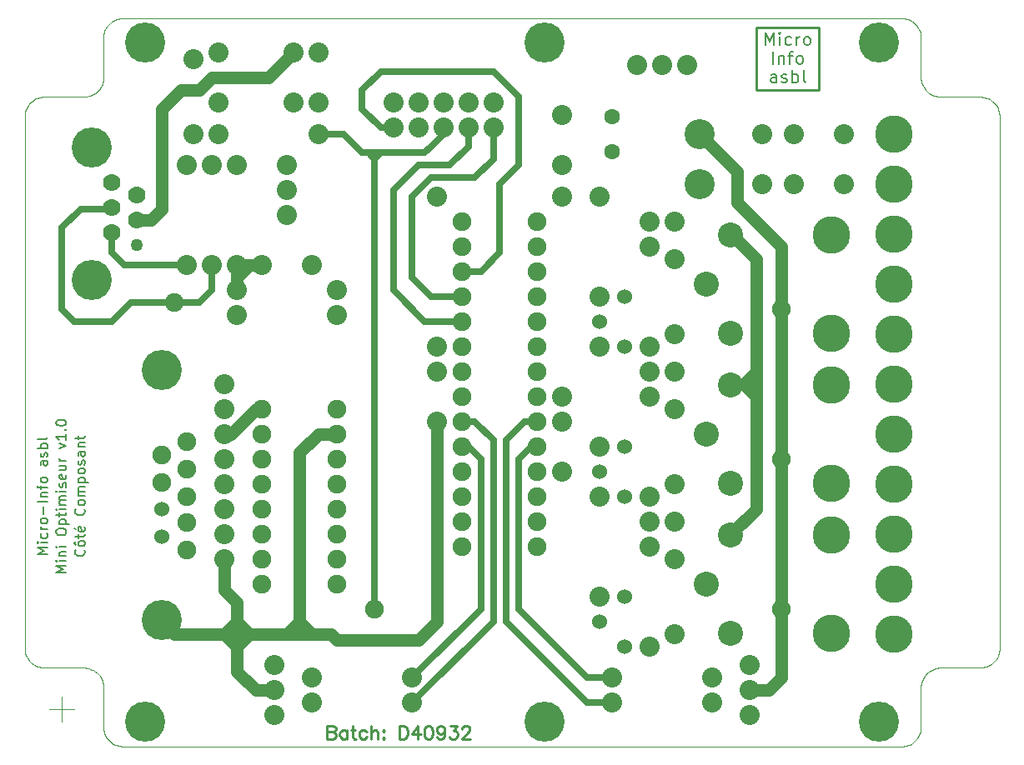
<source format=gtl>
G04 CAM350  V5.0 Date:  Tue Dec 20 12:58:55 2011 *
G04 Database: g:\clients\patrick brunet\mini-optimiseur\retouche\mini_optimiser_cam350.pcb *
G04 Layer 4: MiniOptimiseurS *
%FSLAX24Y24*%
%MOIN*%
%SFA1.000B1.000*%

%MIA0B0*%
%IPPOS*%
%ADD11C,0.01500*%
%ADD13C,0.00200*%
%ADD18C,0.06000*%
%ADD20C,0.08000*%
%ADD21C,0.07000*%
%ADD22C,0.05000*%
%ADD23C,0.16000*%
%ADD24C,0.10000*%
%ADD25C,0.15000*%
%ADD26C,0.12000*%
%ADD27C,0.06300*%
%ADD28C,0.07500*%
%ADD29C,0.06000*%
%ADD30C,0.02500*%
%ADD31C,0.03500*%
%ADD41C,0.01000*%
%ADD42C,0.00700*%
%LNMiniOptimiseurS*%
%SRX1Y1I0J0*%
G54D11*
%LPD*%
G54D20*
X25500Y27250D03*
X26500D03*
X24500D03*
X7750Y27750D03*
Y25750D03*
X10750Y27750D03*
Y25750D03*
G54D21*
X4500Y21050D03*
Y22050D03*
G54D22*
Y20050D03*
G54D21*
X3500Y22550D03*
Y21550D03*
Y20550D03*
G54D23*
X2700Y18650D03*
Y23950D03*
G54D24*
X28229Y8468D03*
Y4532D03*
X27245Y6500D03*
G54D25*
X32244Y8468D03*
Y4532D03*
G54D24*
X28229Y14468D03*
Y10532D03*
X27245Y12500D03*
G54D25*
X32244Y14468D03*
Y10532D03*
G54D24*
X28229Y20468D03*
Y16532D03*
X27245Y18500D03*
G54D25*
X32244Y20468D03*
Y16532D03*
G54D20*
X30750Y22500D03*
X32750Y24500D03*
X30750D03*
X32750Y22500D03*
X23000Y12000D03*
Y16000D03*
Y18000D03*
Y22000D03*
X25000Y14000D03*
Y10000D03*
X7750Y24500D03*
X11750D03*
X25000Y20000D03*
Y16000D03*
X23000Y6000D03*
Y10000D03*
X25000Y8000D03*
Y4000D03*
X8500Y23250D03*
Y19250D03*
X7500Y23250D03*
Y19250D03*
X6500Y23250D03*
Y19250D03*
X8500Y17250D03*
X12500D03*
Y18250D03*
X8500D03*
X27500Y2750D03*
X23500D03*
X27500Y1750D03*
X23500D03*
X11500D03*
X15500D03*
X11500Y2750D03*
X15500D03*
X14750Y24750D03*
Y25750D03*
X15750Y24750D03*
Y25750D03*
X16750Y24750D03*
Y25750D03*
X17750Y24750D03*
Y25750D03*
X18750Y24750D03*
Y25750D03*
X26000Y21000D03*
X25000D03*
X26000Y15000D03*
X25000D03*
X26000Y9000D03*
X25000D03*
G54D26*
X27000Y22500D03*
Y24500D03*
G54D27*
X23500Y23800D03*
Y25200D03*
G54D20*
X8000Y12500D03*
Y11500D03*
Y13500D03*
Y14500D03*
Y10500D03*
Y9500D03*
Y7500D03*
Y8500D03*
X29000Y3250D03*
Y1250D03*
Y2250D03*
X10000Y1250D03*
Y3250D03*
Y2250D03*
G54D28*
X9500Y13500D03*
Y12500D03*
Y11500D03*
Y10500D03*
Y9500D03*
Y8500D03*
Y7500D03*
Y6500D03*
X12500D03*
Y7500D03*
Y8500D03*
Y9500D03*
Y10500D03*
Y11500D03*
Y12500D03*
Y13500D03*
G54D23*
X5500Y15050D03*
Y5050D03*
G54D28*
X6500Y7850D03*
Y8950D03*
Y10000D03*
Y11100D03*
Y12200D03*
G54D29*
X5500Y8400D03*
Y9500D03*
G54D28*
Y10550D03*
Y11650D03*
G54D20*
X26000Y7500D03*
Y4500D03*
Y13500D03*
Y10500D03*
X6750Y24500D03*
Y27500D03*
X26000Y19500D03*
Y16500D03*
X11750Y25750D03*
Y27750D03*
X21500Y23250D03*
Y25250D03*
X29500Y22500D03*
Y24500D03*
X11500Y19250D03*
X9500D03*
X21500Y13000D03*
Y11000D03*
X16500Y15000D03*
Y13000D03*
G54D28*
X20500Y8000D03*
Y9000D03*
Y10000D03*
Y11000D03*
Y12000D03*
Y13000D03*
Y14000D03*
Y15000D03*
Y16000D03*
Y17000D03*
Y18000D03*
Y19000D03*
Y20000D03*
Y21000D03*
X17500D03*
Y20000D03*
Y19000D03*
Y18000D03*
Y17000D03*
Y16000D03*
Y15000D03*
Y14000D03*
Y13000D03*
Y12000D03*
Y11000D03*
Y10000D03*
Y9000D03*
Y8000D03*
G54D18*
X23000Y17000D03*
X24000Y18000D03*
Y16000D03*
X23000Y11000D03*
X24000Y12000D03*
Y10000D03*
G54D20*
X10500Y23250D03*
Y22250D03*
Y21250D03*
G54D18*
X23000Y5000D03*
X24000Y6000D03*
Y4000D03*
G54D20*
X21500Y22000D03*
Y14000D03*
X16500Y22000D03*
Y16000D03*
G54D23*
X4825Y28144D03*
X20770D03*
X34156D03*
X4825Y978D03*
X20770D03*
X34156D03*
G54D25*
X34750Y16500D03*
Y18500D03*
Y20500D03*
Y10500D03*
Y12500D03*
Y14500D03*
Y4500D03*
Y6500D03*
Y8500D03*
Y22500D03*
Y24500D03*
G54D28*
X6000Y17750D03*
X30250Y5500D03*
Y11500D03*
Y17500D03*
X14000Y5500D03*
G54D31*
X8000Y7500D03*
G54D22*
X12500Y12500D03*
X28750Y14500D02*
G01X29250Y14000D01*
X28750Y14500D02*
G01X29250Y15000D01*
X28229Y8468D02*
G01Y8479D01*
X29250Y9500*
Y14000*
Y14500*
X28229Y20468D02*
G01X28282D01*
X29250Y19500D02*
G01Y15000D01*
X28282Y20468D02*
G01X29250Y19500D01*
Y15000D02*
G01Y14500D01*
X28250D02*
G01X28229Y14468D01*
X29250Y14500D02*
G01X28750D01*
X28250*
X8500Y18750D02*
G01X9000Y19250D01*
X9500D02*
G01X9000D01*
X8500*
Y18250D02*
G01Y18750D01*
Y19250*
G54D30*
X6000Y17750D02*
G01X4250D01*
X3500Y21500D02*
G01Y21550D01*
X2250Y21500D02*
G01X3500D01*
X1500Y20750D02*
G01X2250Y21500D01*
X1500Y17500D02*
G01Y20750D01*
X2000Y17000D02*
G01X1500Y17500D01*
X3500Y17000D02*
G01X2000D01*
X4250Y17750D02*
G01X3500Y17000D01*
X7500Y18250D02*
G01Y19250D01*
X7000Y17750D02*
G01X7500Y18250D01*
X6000Y17750D02*
G01X7000D01*
X4000Y19250D02*
G01X3500Y19750D01*
X6500Y19250D02*
G01X4000D01*
X3500Y20500D02*
G01Y20550D01*
Y19750D02*
G01Y20500D01*
G54D22*
X30250Y17500D02*
G01Y20000D01*
X28500Y23000D02*
G01X27000Y24500D01*
X28500Y21750D02*
G01Y23000D01*
X30250Y20000D02*
G01X28500Y21750D01*
X14000Y4250D02*
G01X12500D01*
X12250Y4500*
X11500D02*
G01X11000Y5000D01*
X10500Y4500D02*
G01X11000Y5000D01*
X12500Y12500D02*
G01X11750D01*
X11000Y11750D02*
G01Y5000D01*
X11750Y12500D02*
G01X11000Y11750D01*
Y5000D02*
G01Y4500D01*
X16500Y13000D02*
G01Y5000D01*
X15750Y4250*
X14000*
X12250Y4500D02*
G01X11500D01*
X11000*
X29000Y2250D02*
G01X29750D01*
X30250Y2750D02*
G01Y5500D01*
Y11500*
Y17500*
X29750Y2250D02*
G01X30250Y2750D01*
X10000Y2250D02*
G01X9250D01*
X8500Y3000*
X10500Y4500D02*
G01X11000D01*
X10000D02*
G01X8500D01*
X10500D02*
G01X10000D01*
X4500Y21050D02*
G01X5050D01*
X9750Y26750D02*
G01X10750Y27750D01*
X7500Y26750D02*
G01X9750D01*
X7000Y26250D02*
G01X7500Y26750D01*
X6250Y26250D02*
G01X7000D01*
X5500Y25500D02*
G01X6250Y26250D01*
X5500Y21500D02*
G01Y25500D01*
X5050Y21050D02*
G01X5500Y21500D01*
X8500Y5000D02*
G01Y5750D01*
X8000Y6250D02*
G01Y7500D01*
X8500Y5750D02*
G01X8000Y6250D01*
Y4500D02*
G01X8500Y4000D01*
X7750Y4500D02*
G01X8000D01*
X8500Y5000*
Y4500D02*
G01X7750D01*
X6000*
X5500Y5000D02*
G01Y5050D01*
X6000Y4500D02*
G01X5500Y5000D01*
X8500Y4000D02*
G01X9000Y4500D01*
X8500Y5000*
Y3000D02*
G01Y4000D01*
Y4500*
Y5000*
G54D30*
X14750Y21750D02*
G01Y22250D01*
X16000Y17000D02*
G01X14750Y18250D01*
Y21750*
X17500Y17000D02*
G01X16000D01*
X17750Y24000D02*
G01Y24750D01*
X17000Y23250D02*
G01X17750Y24000D01*
X15750Y23250D02*
G01X17000D01*
X14750Y22250D02*
G01X15750Y23250D01*
X17500Y18000D02*
G01X16250D01*
X18750Y23500D02*
G01Y24750D01*
X18000Y22750D02*
G01X18750Y23500D01*
X16250Y22750D02*
G01X18000D01*
X15500Y22000D02*
G01X16250Y22750D01*
X15500Y18750D02*
G01Y22000D01*
X16250Y18000D02*
G01X15500Y18750D01*
G54D11*
X18750Y24500D02*
G01Y24750D01*
Y24500D02*
G01Y24750D01*
G54D22*
X9250Y13500D02*
G01X9500D01*
X8250Y12500D02*
G01X9250Y13500D01*
X8000Y12500D02*
G01X8250D01*
G54D30*
X15500Y2750D02*
G01X18250Y5500D01*
Y5750*
X17750Y12000D02*
G01X17500D01*
X18250Y11500D02*
G01X17750Y12000D01*
X18250Y5750D02*
G01Y11500D01*
X17500Y19000D02*
G01X18250D01*
X14250Y24750D02*
G01X14750D01*
X13500Y25500D02*
G01X14250Y24750D01*
X13500Y26250D02*
G01Y25500D01*
X14250Y27000D02*
G01X13500Y26250D01*
X18750Y27000D02*
G01X14250D01*
X19750Y26000D02*
G01X18750Y27000D01*
X19750Y23250D02*
G01Y26000D01*
X19000Y22500D02*
G01X19750Y23250D01*
X19000Y19750D02*
G01Y22500D01*
X18250Y19000D02*
G01X19000Y19750D01*
X15500Y1750D02*
G01X18750Y5000D01*
X18000Y13000D02*
G01X17500D01*
X18750Y12250D02*
G01X18000Y13000D01*
X18750Y5000D02*
G01Y12250D01*
X19250Y5250D02*
G01Y5000D01*
X22500Y1750D02*
G01X22750D01*
X19250Y5000D02*
G01X22500Y1750D01*
X23500D02*
G01X22750D01*
X20000Y13000D02*
G01X20500D01*
X19250Y12250D02*
G01X20000Y13000D01*
X19250Y5250D02*
G01Y12250D01*
X22750Y2750D02*
G01X22500D01*
X19750Y5500D02*
G01Y5750D01*
X22500Y2750D02*
G01X19750Y5500D01*
X23500Y2750D02*
G01X22750D01*
X20250Y12000D02*
G01X20500D01*
X19750Y11500D02*
G01X20250Y12000D01*
X19750Y5750D02*
G01Y11500D01*
X13750Y23750D02*
G01X14000Y23500D01*
X14250Y23750*
X14000Y5500D02*
G01Y23750D01*
X16250Y24000D02*
G01X16000Y23750D01*
X16750Y24500D02*
G01X16250Y24000D01*
X16750Y24750D02*
G01Y24500D01*
X16000Y23750D02*
G01X14250D01*
X13500D02*
G01X13250Y24000D01*
X14250Y23750D02*
G01X14000D01*
X13750*
X13500*
X12750Y24500D02*
G01X13250Y24000D01*
X11750Y24500D02*
G01X12750D01*
G54D13*
X2364Y25978D02*
G01X2432Y25981D01*
X2500Y25990*
X2567Y26005*
X2633Y26026*
X2697Y26052*
X2758Y26084*
X2815Y26121*
X2870Y26163*
X2921Y26209*
X2967Y26260*
X3009Y26315*
X3046Y26373*
X3078Y26433*
X3104Y26497*
X3125Y26563*
X3140Y26630*
X3149Y26698*
X3152Y26766*
Y28341*
X3155Y28409*
X3164Y28477*
X3179Y28544*
X3200Y28610*
X3226Y28673*
X3258Y28734*
X3295Y28792*
X3337Y28846*
X3383Y28897*
X3434Y28943*
X3488Y28985*
X3546Y29022*
X3607Y29054*
X3670Y29080*
X3736Y29101*
X3803Y29116*
X3871Y29125*
X3939Y29128*
X35041*
X35109Y29125*
X35177Y29116*
X35244Y29101*
X35310Y29080*
X35373Y29054*
X35434Y29022*
X35492Y28985*
X35546Y28943*
X35597Y28897*
X35643Y28846*
X35685Y28792*
X35722Y28734*
X35754Y28673*
X35780Y28610*
X35801Y28544*
X35816Y28477*
X35825Y28409*
X35828Y28341*
X35829*
Y26766*
X35828*
X35831Y26698*
X35840Y26630*
X35855Y26563*
X35876Y26497*
X35902Y26433*
X35934Y26373*
X35971Y26315*
X36013Y26260*
X36059Y26209*
X36110Y26163*
X36165Y26121*
X36223Y26084*
X36283Y26052*
X36347Y26026*
X36413Y26005*
X36480Y25990*
X36548Y25981*
X36616Y25978*
X38191*
X38259Y25975*
X38327Y25966*
X38394Y25951*
X38460Y25930*
X38523Y25904*
X38584Y25872*
X38642Y25835*
X38696Y25793*
X38747Y25747*
X38793Y25696*
X38835Y25642*
X38872Y25584*
X38904Y25523*
X38930Y25460*
X38951Y25394*
X38966Y25327*
X38975Y25259*
X38978Y25191*
Y3931*
X38975Y3863*
X38966Y3795*
X38951Y3728*
X38930Y3662*
X38904Y3599*
X38872Y3538*
X38835Y3480*
X38793Y3426*
X38747Y3375*
X38696Y3329*
X38642Y3287*
X38584Y3250*
X38523Y3218*
X38460Y3192*
X38394Y3171*
X38327Y3156*
X38259Y3147*
X38191Y3144*
X36616*
Y3143*
X36548Y3140*
X36480Y3131*
X36413Y3116*
X36347Y3095*
X36284Y3069*
X36223Y3037*
X36165Y3000*
X36111Y2958*
X36060Y2912*
X36014Y2861*
X35972Y2807*
X35935Y2749*
X35903Y2688*
X35877Y2625*
X35856Y2559*
X35841Y2492*
X35832Y2424*
X35829Y2356*
Y781*
X35826Y713*
X35817Y645*
X35802Y578*
X35781Y512*
X35755Y448*
X35723Y388*
X35686Y330*
X35644Y275*
X35598Y224*
X35547Y178*
X35492Y136*
X35435Y99*
X35374Y67*
X35310Y41*
X35244Y20*
X35177Y5*
X35109Y-4*
X35041Y-7*
Y-6*
X3939*
X3871Y-3*
X3803Y6*
X3736Y21*
X3670Y42*
X3607Y68*
X3546Y100*
X3488Y137*
X3434Y179*
X3383Y225*
X3337Y276*
X3295Y330*
X3258Y388*
X3226Y449*
X3200Y512*
X3179Y578*
X3164Y645*
X3155Y713*
X3152Y781*
Y2356*
X3149Y2424*
X3140Y2492*
X3125Y2559*
X3104Y2625*
X3078Y2689*
X3046Y2749*
X3009Y2807*
X2967Y2862*
X2921Y2913*
X2870Y2959*
X2815Y3001*
X2758Y3038*
X2697Y3070*
X2633Y3096*
X2567Y3117*
X2500Y3132*
X2432Y3141*
X2364Y3144*
X789*
X721Y3147*
X653Y3156*
X586Y3171*
X520Y3192*
X457Y3218*
X396Y3250*
X338Y3287*
X284Y3329*
X233Y3375*
X187Y3426*
X145Y3480*
X108Y3538*
X76Y3599*
X50Y3662*
X29Y3728*
X14Y3795*
X5Y3863*
X2Y3931*
Y25191*
X5Y25259*
X14Y25327*
X29Y25394*
X50Y25460*
X76Y25523*
X108Y25584*
X145Y25642*
X187Y25696*
X233Y25747*
X284Y25793*
X338Y25835*
X396Y25872*
X457Y25904*
X520Y25930*
X586Y25951*
X653Y25966*
X721Y25975*
X789Y25978*
X2364*
G54D42*
X29619Y28048D02*
G01Y28548D01*
X29786Y28190*
X29952Y28548*
Y28048*
X30190D02*
G01Y28381D01*
Y28548D02*
G01X30166Y28524D01*
X30190Y28500*
X30214Y28524*
X30190Y28548*
Y28500*
X30642Y28071D02*
G01X30595Y28048D01*
X30499*
X30452Y28071*
X30428Y28095*
X30404Y28143*
Y28286*
X30428Y28333*
X30452Y28357*
X30499Y28381*
X30595*
X30642Y28357*
X30857Y28048D02*
G01Y28381D01*
Y28286D02*
G01X30881Y28333D01*
X30905Y28357*
X30952Y28381*
X31000*
X31238Y28048D02*
G01X31191Y28071D01*
X31167Y28095*
X31143Y28143*
Y28286*
X31167Y28333*
X31191Y28357*
X31238Y28381*
X31310*
X31358Y28357*
X31381Y28333*
X31405Y28286*
Y28143*
X31381Y28095*
X31358Y28071*
X31310Y28048*
X31238*
X29905Y27298D02*
G01Y27798D01*
X30143Y27631D02*
G01Y27298D01*
Y27583D02*
G01X30167Y27607D01*
X30214Y27631*
X30286*
X30334Y27607*
X30357Y27560*
Y27298*
X30524Y27631D02*
G01X30714D01*
X30595Y27298D02*
G01Y27726D01*
X30619Y27774*
X30666Y27798*
X30714*
X30952Y27298D02*
G01X30905Y27321D01*
X30881Y27345*
X30857Y27393*
Y27536*
X30881Y27583*
X30905Y27607*
X30952Y27631*
X31024*
X31072Y27607*
X31095Y27583*
X31119Y27536*
Y27393*
X31095Y27345*
X31072Y27321*
X31024Y27298*
X30952*
X30048Y26548D02*
G01Y26810D01*
X30025Y26857*
X29977Y26881*
X29882*
X29834Y26857*
X30048Y26571D02*
G01X30001Y26548D01*
X29882*
X29834Y26571*
X29810Y26619*
Y26667*
X29834Y26714*
X29882Y26738*
X30001*
X30048Y26762*
X30262Y26571D02*
G01X30310Y26548D01*
X30405*
X30453Y26571*
X30477Y26619*
Y26643*
X30453Y26690*
X30405Y26714*
X30334*
X30286Y26738*
X30262Y26786*
Y26810*
X30286Y26857*
X30334Y26881*
X30405*
X30453Y26857*
X30691Y26548D02*
G01Y27048D01*
Y26857D02*
G01X30739Y26881D01*
X30834*
X30882Y26857*
X30905Y26833*
X30929Y26786*
Y26643*
X30905Y26595*
X30882Y26571*
X30834Y26548*
X30739*
X30691Y26571*
X31214Y26548D02*
G01X31167Y26571D01*
X31143Y26619*
Y27048*
G54D41*
X29250Y28750D02*
G01Y26250D01*
X31750*
Y28750*
X29250*
G54D42*
X1662Y6962D02*
G01X1262D01*
X1548Y7096*
X1262Y7229*
X1662*
Y7419D02*
G01X1395D01*
X1262D02*
G01X1281Y7400D01*
X1300Y7419*
X1281Y7438*
X1262Y7419*
X1300*
X1395Y7609D02*
G01X1662D01*
X1433D02*
G01X1414Y7628D01*
X1395Y7666*
Y7724*
X1414Y7762*
X1452Y7781*
X1662*
Y7971D02*
G01X1395D01*
X1262D02*
G01X1281Y7952D01*
X1300Y7971*
X1281Y7990*
X1262Y7971*
X1300*
X1262Y8542D02*
G01Y8619D01*
X1281Y8657*
X1319Y8695*
X1395Y8714*
X1529*
X1605Y8695*
X1643Y8657*
X1662Y8619*
Y8542*
X1643Y8504*
X1605Y8466*
X1529Y8447*
X1395*
X1319Y8466*
X1281Y8504*
X1262Y8542*
X1395Y8885D02*
G01X1795D01*
X1414D02*
G01X1395Y8923D01*
Y9000*
X1414Y9038*
X1433Y9057*
X1471Y9076*
X1586*
X1624Y9057*
X1643Y9038*
X1662Y9000*
Y8923*
X1643Y8885*
X1395Y9190D02*
G01Y9342D01*
X1262Y9247D02*
G01X1605D01*
X1643Y9266*
X1662Y9304*
Y9342*
Y9476D02*
G01X1395D01*
X1262D02*
G01X1281Y9457D01*
X1300Y9476*
X1281Y9495*
X1262Y9476*
X1300*
X1662Y9666D02*
G01X1395D01*
X1433D02*
G01X1414Y9685D01*
X1395Y9723*
Y9781*
X1414Y9819*
X1452Y9838*
X1662*
X1452D02*
G01X1414Y9857D01*
X1395Y9895*
Y9952*
X1414Y9990*
X1452Y10009*
X1662*
Y10199D02*
G01X1395D01*
X1262D02*
G01X1281Y10180D01*
X1300Y10199*
X1281Y10218*
X1262Y10199*
X1300*
X1643Y10370D02*
G01X1662Y10408D01*
Y10484*
X1643Y10523*
X1605Y10542*
X1586*
X1548Y10523*
X1529Y10484*
Y10427*
X1510Y10389*
X1471Y10370*
X1452*
X1414Y10389*
X1395Y10427*
Y10484*
X1414Y10523*
X1643Y10866D02*
G01X1662Y10828D01*
Y10751*
X1643Y10713*
X1605Y10694*
X1452*
X1414Y10713*
X1395Y10751*
Y10828*
X1414Y10866*
X1452Y10885*
X1490*
X1529Y10694*
X1395Y11228D02*
G01X1662D01*
X1395Y11056D02*
G01X1605D01*
X1643Y11075*
X1662Y11113*
Y11171*
X1643Y11209*
X1624Y11228*
X1662Y11418D02*
G01X1395D01*
X1471D02*
G01X1433Y11437D01*
X1414Y11456*
X1395Y11494*
Y11533*
Y11933D02*
G01X1662Y12028D01*
X1395Y12124*
X1662Y12486D02*
G01Y12257D01*
Y12371D02*
G01X1262D01*
X1319Y12333*
X1357Y12295*
X1376Y12257*
X1624Y12657D02*
G01X1643Y12676D01*
X1662Y12657*
X1643Y12638*
X1624Y12657*
X1662*
X1262Y12923D02*
G01Y12962D01*
X1281Y13000*
X1300Y13019*
X1338Y13038*
X1414Y13057*
X1510*
X1586Y13038*
X1624Y13019*
X1643Y13000*
X1662Y12962*
Y12923*
X1643Y12885*
X1624Y12866*
X1586Y12847*
X1510Y12828*
X1414*
X1338Y12847*
X1300Y12866*
X1281Y12885*
X1262Y12923*
X2374Y7857D02*
G01X2393Y7838D01*
X2412Y7781*
Y7743*
X2393Y7685*
X2355Y7647*
X2317Y7628*
X2240Y7609*
X2183*
X2107Y7628*
X2069Y7647*
X2031Y7685*
X2012Y7743*
Y7781*
X2031Y7838*
X2050Y7857*
X2412Y8085D02*
G01X2393Y8047D01*
X2374Y8028*
X2336Y8009*
X2221*
X2183Y8028*
X2164Y8047*
X2145Y8085*
Y8143*
X2164Y8181*
X2183Y8200*
X2221Y8219*
X2336*
X2374Y8200*
X2393Y8181*
X2412Y8143*
Y8085*
X2050Y8047D02*
G01X1993Y8123D01*
X2050Y8200*
X2145Y8333D02*
G01Y8485D01*
X2012Y8390D02*
G01X2355D01*
X2393Y8409*
X2412Y8447*
Y8485*
X2393Y8772D02*
G01X2412Y8734D01*
Y8657*
X2393Y8619*
X2355Y8600*
X2202*
X2164Y8619*
X2145Y8657*
Y8734*
X2164Y8772*
X2202Y8791*
X2240*
X2279Y8600*
X1993Y8734D02*
G01X2050Y8676D01*
X2374Y9496D02*
G01X2393Y9477D01*
X2412Y9420*
Y9382*
X2393Y9324*
X2355Y9286*
X2317Y9267*
X2240Y9248*
X2183*
X2107Y9267*
X2069Y9286*
X2031Y9324*
X2012Y9382*
Y9420*
X2031Y9477*
X2050Y9496*
X2412Y9724D02*
G01X2393Y9686D01*
X2374Y9667*
X2336Y9648*
X2221*
X2183Y9667*
X2164Y9686*
X2145Y9724*
Y9782*
X2164Y9820*
X2183Y9839*
X2221Y9858*
X2336*
X2374Y9839*
X2393Y9820*
X2412Y9782*
Y9724*
Y10029D02*
G01X2145D01*
X2183D02*
G01X2164Y10048D01*
X2145Y10086*
Y10144*
X2164Y10182*
X2202Y10201*
X2412*
X2202D02*
G01X2164Y10220D01*
X2145Y10258*
Y10315*
X2164Y10353*
X2202Y10372*
X2412*
X2145Y10562D02*
G01X2545D01*
X2164D02*
G01X2145Y10600D01*
Y10677*
X2164Y10715*
X2183Y10734*
X2221Y10753*
X2336*
X2374Y10734*
X2393Y10715*
X2412Y10677*
Y10600*
X2393Y10562*
X2412Y10981D02*
G01X2393Y10943D01*
X2374Y10924*
X2336Y10905*
X2221*
X2183Y10924*
X2164Y10943*
X2145Y10981*
Y11039*
X2164Y11077*
X2183Y11096*
X2221Y11115*
X2336*
X2374Y11096*
X2393Y11077*
X2412Y11039*
Y10981*
X2393Y11267D02*
G01X2412Y11305D01*
Y11381*
X2393Y11420*
X2355Y11439*
X2336*
X2298Y11420*
X2279Y11381*
Y11324*
X2260Y11286*
X2221Y11267*
X2202*
X2164Y11286*
X2145Y11324*
Y11381*
X2164Y11420*
X2412Y11782D02*
G01X2202D01*
X2164Y11763*
X2145Y11725*
Y11648*
X2164Y11610*
X2393Y11782D02*
G01X2412Y11744D01*
Y11648*
X2393Y11610*
X2355Y11591*
X2317*
X2279Y11610*
X2260Y11648*
Y11744*
X2240Y11782*
X2145Y11972D02*
G01X2412D01*
X2183D02*
G01X2164Y11991D01*
X2145Y12029*
Y12087*
X2164Y12125*
X2202Y12144*
X2412*
X2145Y12277D02*
G01Y12429D01*
X2012Y12334D02*
G01X2355D01*
X2393Y12353*
X2412Y12391*
Y12429*
X912Y7695D02*
G01X512D01*
X798Y7829*
X512Y7962*
X912*
Y8152D02*
G01X645D01*
X512D02*
G01X531Y8133D01*
X550Y8152*
X531Y8171*
X512Y8152*
X550*
X893Y8514D02*
G01X912Y8476D01*
Y8399*
X893Y8361*
X874Y8342*
X836Y8323*
X721*
X683Y8342*
X664Y8361*
X645Y8399*
Y8476*
X664Y8514*
X912Y8685D02*
G01X645D01*
X721D02*
G01X683Y8704D01*
X664Y8723*
X645Y8761*
Y8800*
X912Y8990D02*
G01X893Y8952D01*
X874Y8933*
X836Y8914*
X721*
X683Y8933*
X664Y8952*
X645Y8990*
Y9048*
X664Y9086*
X683Y9105*
X721Y9124*
X836*
X874Y9105*
X893Y9086*
X912Y9048*
Y8990*
X760Y9295D02*
G01Y9600D01*
X912Y9790D02*
G01X512D01*
X645Y9980D02*
G01X912D01*
X683D02*
G01X664Y9999D01*
X645Y10037*
Y10095*
X664Y10133*
X702Y10152*
X912*
X645Y10285D02*
G01Y10437D01*
X912Y10342D02*
G01X569D01*
X531Y10361*
X512Y10399*
Y10437*
X912Y10628D02*
G01X893Y10590D01*
X874Y10571*
X836Y10552*
X721*
X683Y10571*
X664Y10590*
X645Y10628*
Y10686*
X664Y10724*
X683Y10743*
X721Y10762*
X836*
X874Y10743*
X893Y10724*
X912Y10686*
Y10628*
Y11410D02*
G01X702D01*
X664Y11391*
X645Y11353*
Y11276*
X664Y11238*
X893Y11410D02*
G01X912Y11372D01*
Y11276*
X893Y11238*
X855Y11219*
X817*
X779Y11238*
X760Y11276*
Y11372*
X740Y11410*
X893Y11581D02*
G01X912Y11619D01*
Y11695*
X893Y11734*
X855Y11753*
X836*
X798Y11734*
X779Y11695*
Y11638*
X760Y11600*
X721Y11581*
X702*
X664Y11600*
X645Y11638*
Y11695*
X664Y11734*
X912Y11924D02*
G01X512D01*
X664D02*
G01X645Y11962D01*
Y12039*
X664Y12077*
X683Y12096*
X721Y12115*
X836*
X874Y12096*
X893Y12077*
X912Y12039*
Y11962*
X893Y11924*
X912Y12343D02*
G01X893Y12305D01*
X855Y12286*
X512*
G54D13*
X1500Y1995D02*
G01Y995D01*
X1000Y1495D02*
G01X2000D01*
G54D41*
G01X12100Y825D02*
Y300D01*
Y825D02*
X12325D01*
X12400Y800D01*
X12425Y775D01*
X12450Y725D01*
Y675D01*
X12425Y625D01*
X12400Y600D01*
X12325Y575D01*
X12100D02*
X12325D01*
X12400Y550D01*
X12425Y525D01*
X12450Y475D01*
Y400D01*
X12425Y350D01*
X12400Y325D01*
X12325Y300D01*
X12100D01*
X12900Y650D02*
Y300D01*
Y575D02*
X12850Y625D01*
X12800Y650D01*
X12725D01*
X12675Y625D01*
X12625Y575D01*
X12600Y500D01*
Y450D01*
X12625Y375D01*
X12675Y325D01*
X12725Y300D01*
X12800D01*
X12850Y325D01*
X12900Y375D01*
X13125Y825D02*
Y400D01*
X13150Y325D01*
X13200Y300D01*
X13250D01*
X13050Y650D02*
X13225D01*
X13675Y575D02*
X13625Y625D01*
X13575Y650D01*
X13500D01*
X13450Y625D01*
X13400Y575D01*
X13375Y500D01*
Y450D01*
X13400Y375D01*
X13450Y325D01*
X13500Y300D01*
X13575D01*
X13625Y325D01*
X13675Y375D01*
X13850Y825D02*
Y300D01*
Y550D02*
X13925Y625D01*
X13975Y650D01*
X14050D01*
X14100Y625D01*
X14125Y550D01*
Y300D01*
X14350Y650D02*
X14325Y625D01*
X14350Y600D01*
X14375Y625D01*
X14350Y650D01*
Y350D02*
X14325Y325D01*
X14350Y300D01*
X14375Y325D01*
X14350Y350D01*
X14975Y825D02*
Y300D01*
Y825D02*
X15150D01*
X15225Y800D01*
X15275Y750D01*
X15300Y700D01*
X15325Y625D01*
Y500D01*
X15300Y425D01*
X15275Y375D01*
X15225Y325D01*
X15150Y300D01*
X14975D01*
X15725Y825D02*
X15475Y475D01*
X15850D01*
X15725Y825D02*
Y300D01*
X16125Y825D02*
X16050Y800D01*
X16000Y725D01*
X15975Y600D01*
Y525D01*
X16000Y400D01*
X16050Y325D01*
X16125Y300D01*
X16175D01*
X16250Y325D01*
X16300Y400D01*
X16325Y525D01*
Y600D01*
X16300Y725D01*
X16250Y800D01*
X16175Y825D01*
X16125D01*
X16800Y650D02*
X16775Y575D01*
X16725Y525D01*
X16650Y500D01*
X16625D01*
X16550Y525D01*
X16500Y575D01*
X16475Y650D01*
Y675D01*
X16500Y750D01*
X16550Y800D01*
X16625Y825D01*
X16650D01*
X16725Y800D01*
X16775Y750D01*
X16800Y650D01*
Y525D01*
X16775Y400D01*
X16725Y325D01*
X16650Y300D01*
X16600D01*
X16525Y325D01*
X16500Y375D01*
X17025Y825D02*
X17300D01*
X17150Y625D01*
X17225D01*
X17275Y600D01*
X17300Y575D01*
X17325Y500D01*
Y450D01*
X17300Y375D01*
X17250Y325D01*
X17175Y300D01*
X17100D01*
X17025Y325D01*
X17000Y350D01*
X16975Y400D01*
X17500Y700D02*
Y725D01*
X17525Y775D01*
X17550Y800D01*
X17600Y825D01*
X17700D01*
X17750Y800D01*
X17775Y775D01*
X17800Y725D01*
Y675D01*
X17775Y625D01*
X17725Y550D01*
X17475Y300D01*
X17825D01*
M02*

</source>
